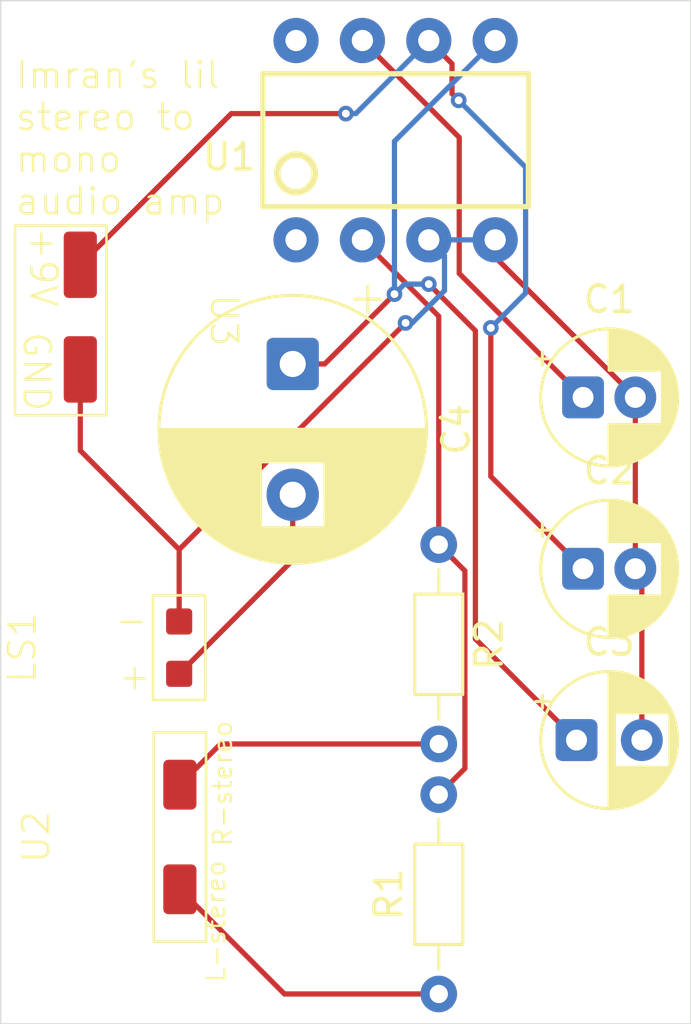
<source format=kicad_pcb>
(kicad_pcb (version 20241229) (generator "pcbnew") (generator_version "9.0")
  (layers (0 "F.Cu" signal) (2 "B.Cu" signal) (13 "F.Paste" user) (15 "B.Paste" user) (5 "F.SilkS" user "F.Silkscreen") (7 "B.SilkS" user "B.Silkscreen") (1 "F.Mask" user) (3 "B.Mask" user) (25 "Edge.Cuts" user))
  (net 0 "")
  (net 1 "GND")
  (net 2 "Net-(C4-Pad2)")
  (net 3 "Net-(C1-Pad1)")
  (net 4 "+9V")
  (net 5 "Net-(C3-Pad1)")
  (net 8 "Net-(R1-Pad2)")
  (net 9 "Net-(U2-stereo_LEFT)")
  (net 10 "Net-(U2-stereo_RIGHT)")
  (footprint "Audio amp:Power" (layer "F.Cu") (at 57.92 60.482 -90)
    (property "Reference" "U3" (at 0 -6 270) (layer "F.SilkS") (effects (font (thickness 0.1))))
    (property "Value" "~")
    (fp_text user "GND" (at 0.375 1.75 270) (layer "F.SilkS") (effects (font (thickness 0.1)) (justify left bottom)))
    (fp_text user "+9V" (at -3.625 1.5 270) (layer "F.SilkS") (effects (font (thickness 0.1)) (justify left bottom)))
    (pad "1" smd roundrect (at -2.125 -0.5 270) (size 2.54 1.27) (layers "F.Cu" "F.Mask" "F.Paste") (roundrect_rratio 0.15) (net 4 "+9V"))
    (pad "2" smd roundrect (at 1.875 -0.5 270) (size 2.54 1.27) (layers "F.Cu" "F.Mask" "F.Paste") (roundrect_rratio 0.15) (net 1 "GND"))
  )
  (footprint "LM386:DIP08" (layer "F.Cu") (at 70.485 53.594)
    (property "Reference" "U1" (at -6.35929 0.63592 180) (layer "F.SilkS") (effects (font (size 1.001465 1.001465))))
    (property "Value" "LM386")
    (pad "1" thru_hole circle (at -3.81 3.81) (size 1.7272 1.7272) (drill 0.8128) (layers "*.Cu" "*.Mask"))
    (pad "2" thru_hole circle (at -1.27 3.81) (size 1.7272 1.7272) (drill 0.8128) (layers "*.Cu" "*.Mask") (net 8 "Net-(R1-Pad2)"))
    (pad "3" thru_hole circle (at 1.27 3.81) (size 1.7272 1.7272) (drill 0.8128) (layers "*.Cu" "*.Mask") (net 1 "GND"))
    (pad "4" thru_hole circle (at 3.81 3.81) (size 1.7272 1.7272) (drill 0.8128) (layers "*.Cu" "*.Mask") (net 1 "GND"))
    (pad "5" thru_hole circle (at 3.81 -3.81) (size 1.7272 1.7272) (drill 0.8128) (layers "*.Cu" "*.Mask") (net 5 "Net-(C3-Pad1)"))
    (pad "6" thru_hole circle (at 1.27 -3.81) (size 1.7272 1.7272) (drill 0.8128) (layers "*.Cu" "*.Mask") (net 4 "+9V"))
    (pad "7" thru_hole circle (at -1.27 -3.81) (size 1.7272 1.7272) (drill 0.8128) (layers "*.Cu" "*.Mask") (net 3 "Net-(C1-Pad1)"))
    (pad "8" thru_hole circle (at -3.81 -3.81) (size 1.7272 1.7272) (drill 0.8128) (layers "*.Cu" "*.Mask"))
  )
  (footprint "Capacitor_THT:CP_Radial_D5.0mm_P2.50mm" (layer "F.Cu") (at 77.407888 76.527)
    (property "Reference" "C3" (at 1.25 -3.75 0) (layer "F.SilkS"))
    (property "Value" "100nF")
    (pad "1" thru_hole roundrect (at 0 0) (size 1.6 1.6) (drill 0.8) (layers "*.Cu" "*.Mask") (roundrect_rratio 0.15625) (net 5 "Net-(C3-Pad1)"))
    (pad "2" thru_hole circle (at 2.5 0) (size 1.6 1.6) (drill 0.8) (layers "*.Cu" "*.Mask") (net 1 "GND"))
  )
  (footprint "Audio amp:earphone_stereo" (layer "F.Cu") (at 62.23 80.232 90)
    (property "Reference" "U2" (at 0 -5.5 90) (layer "F.SilkS") (effects (font (thickness 0.1))))
    (property "Value" "~")
    (pad "1" smd roundrect (at -2 0 90) (size 1.905 1.27) (layers "F.Cu" "F.Mask" "F.Paste") (roundrect_rratio 0.15) (net 9 "Net-(U2-stereo_LEFT)"))
    (pad "2" smd roundrect (at 2 0 90) (size 1.905 1.27) (layers "F.Cu" "F.Mask" "F.Paste") (roundrect_rratio 0.15) (net 10 "Net-(U2-stereo_RIGHT)"))
  )
  (footprint "Capacitor_THT:CP_Radial_D5.0mm_P2.00mm" (layer "F.Cu") (at 77.657888 69.977)
    (property "Reference" "C2" (at 1 -3.75 0) (layer "F.SilkS"))
    (property "Value" "100uF")
    (pad "1" thru_hole roundrect (at 0 0) (size 1.6 1.6) (drill 0.8) (layers "*.Cu" "*.Mask") (roundrect_rratio 0.15625) (net 4 "+9V"))
    (pad "2" thru_hole circle (at 2 0) (size 1.6 1.6) (drill 0.8) (layers "*.Cu" "*.Mask") (net 1 "GND"))
  )
  (footprint "Capacitor_THT:CP_Radial_D10.0mm_P5.00mm" (layer "F.Cu") (at 66.548 62.148323 -90)
    (property "Reference" "C4" (at 2.5 -6.25 90) (layer "F.SilkS"))
    (property "Value" "1000uF")
    (pad "1" thru_hole roundrect (at 0 0 270) (size 2 2) (drill 1) (layers "*.Cu" "*.Mask") (roundrect_rratio 0.125) (net 5 "Net-(C3-Pad1)"))
    (pad "2" thru_hole circle (at 5 0 270) (size 2 2) (drill 1) (layers "*.Cu" "*.Mask") (net 2 "Net-(C4-Pad2)"))
  )
  (footprint "Persona;Library:2_3W_8O_Speaker" (layer "F.Cu") (at 61.203 72.993 90)
    (property "Reference" "LS1" (at 0 -5 90) (layer "F.SilkS") (effects (font (thickness 0.1))))
    (property "Value" "Speaker")
    (pad "1" smd roundrect (at -1 1 90) (size 1 1) (layers "F.Cu" "F.Mask" "F.Paste") (roundrect_rratio 0.15) (net 2 "Net-(C4-Pad2)"))
    (pad "2" smd roundrect (at 1 1 90) (size 1 1) (layers "F.Cu" "F.Mask" "F.Paste") (roundrect_rratio 0.15) (net 1 "GND"))
  )
  (footprint "Resistor_THT:R_Axial_DIN0204_L3.6mm_D1.6mm_P7.62mm_Horizontal" (layer "F.Cu") (at 72.136 69.056 -90)
    (property "Reference" "R2" (at 3.81 -1.92 90) (layer "F.SilkS"))
    (property "Value" "1kO")
    (pad "1" thru_hole circle (at 0 0 270) (size 1.4 1.4) (drill 0.7) (layers "*.Cu" "*.Mask") (net 8 "Net-(R1-Pad2)"))
    (pad "2" thru_hole circle (at 7.62 0 270) (size 1.4 1.4) (drill 0.7) (layers "*.Cu" "*.Mask") (net 10 "Net-(U2-stereo_RIGHT)"))
  )
  (footprint "Resistor_THT:R_Axial_DIN0204_L3.6mm_D1.6mm_P7.62mm_Horizontal" (layer "F.Cu") (at 72.136 86.233 90)
    (property "Reference" "R1" (at 3.81 -1.92 90) (layer "F.SilkS"))
    (property "Value" "1kO")
    (pad "1" thru_hole circle (at 0 0 90) (size 1.4 1.4) (drill 0.7) (layers "*.Cu" "*.Mask") (net 9 "Net-(U2-stereo_LEFT)"))
    (pad "2" thru_hole circle (at 7.62 0 90) (size 1.4 1.4) (drill 0.7) (layers "*.Cu" "*.Mask") (net 8 "Net-(R1-Pad2)"))
  )
  (footprint "Capacitor_THT:CP_Radial_D5.0mm_P2.00mm" (layer "F.Cu") (at 77.657888 63.427)
    (property "Reference" "C1" (at 1 -3.75 0) (layer "F.SilkS"))
    (property "Value" "100uF")
    (pad "1" thru_hole roundrect (at 0 0) (size 1.6 1.6) (drill 0.8) (layers "*.Cu" "*.Mask") (roundrect_rratio 0.15625) (net 3 "Net-(C1-Pad1)"))
    (pad "2" thru_hole circle (at 2 0) (size 1.6 1.6) (drill 0.8) (layers "*.Cu" "*.Mask") (net 1 "GND"))
  )
  (gr_rect (start 55.372 48.26) (end 81.788 87.376) (stroke (width 0.05)) (fill no) (layer "Edge.Cuts"))
  (gr_text "+\n" (at 59.817 74.676 0) (layer "F.SilkS") (effects (font (size 1 1) (thickness 0.1)) (justify left bottom)))
  (gr_text "Imran's lil\nstereo to\nmono\naudio amp\n" (at 55.88 56.515 0) (layer "F.SilkS") (effects (font (size 1 1) (thickness 0.1)) (justify left bottom)))
  (gr_text "-\n" (at 59.69 72.517 0) (layer "F.SilkS") (effects (font (size 1 1) (thickness 0.1)) (justify left bottom)))
  (gr_text "R-stereo\n\n" (at 65.405 80.645 90) (layer "F.SilkS") (effects (font (size 0.7 0.7) (thickness 0.0875)) (justify left bottom)))
  (gr_text "L-stereo\n\n" (at 65.151 85.852 90) (layer "F.SilkS") (effects (font (size 0.7 0.7) (thickness 0.0875)) (justify left bottom)))
  (segment (start 79.657888 63.427) (end 74.295 58.064112) (width 0.2) (layer "F.Cu") (net 1))
  (segment (start 62.203 71.993) (end 62.203 69.242) (width 0.2) (layer "F.Cu") (net 1))
  (segment (start 58.42 65.459) (end 62.203 69.242) (width 0.2) (layer "F.Cu") (net 1))
  (segment (start 74.295 58.064112) (end 74.295 57.404) (width 0.2) (layer "F.Cu") (net 1))
  (segment (start 79.907888 70.227) (end 79.657888 69.977) (width 0.2) (layer "F.Cu") (net 1))
  (segment (start 62.203 69.242) (end 70.866 60.579) (width 0.2) (layer "F.Cu") (net 1))
  (segment (start 79.907888 76.527) (end 79.907888 70.227) (width 0.2) (layer "F.Cu") (net 1))
  (segment (start 58.42 62.357) (end 58.42 65.459) (width 0.2) (layer "F.Cu") (net 1))
  (segment (start 79.657888 63.427) (end 79.657888 69.977) (width 0.2) (layer "F.Cu") (net 1))
  (via (at 70.866 60.579) (size 0.6) (drill 0.3) (layers "F.Cu" "B.Cu") (net 1))
  (segment (start 72.356 59.344413) (end 71.121413 60.579) (width 0.2) (layer "B.Cu") (net 1))
  (segment (start 74.295 57.404) (end 71.755 57.404) (width 0.2) (layer "B.Cu") (net 1))
  (segment (start 71.121413 60.579) (end 70.866 60.579) (width 0.2) (layer "B.Cu") (net 1))
  (segment (start 72.356 58.005) (end 72.356 59.344413) (width 0.2) (layer "B.Cu") (net 1))
  (segment (start 71.755 57.404) (end 72.356 58.005) (width 0.2) (layer "B.Cu") (net 1))
  (segment (start 62.203 73.993) (end 66.548 69.648) (width 0.2) (layer "F.Cu") (net 2))
  (segment (start 66.548 69.648) (end 66.548 67.148323) (width 0.2) (layer "F.Cu") (net 2))
  (segment (start 72.9196 58.688712) (end 72.9196 53.4886) (width 0.2) (layer "F.Cu") (net 3))
  (segment (start 72.9196 53.4886) (end 69.215 49.784) (width 0.2) (layer "F.Cu") (net 3))
  (segment (start 77.657888 63.427) (end 72.9196 58.688712) (width 0.2) (layer "F.Cu") (net 3))
  (segment (start 74.12824 66.447352) (end 74.12824 60.770686) (width 0.2) (layer "F.Cu") (net 4))
  (segment (start 72.898 52.07) (end 72.644 51.816) (width 0.2) (layer "F.Cu") (net 4))
  (segment (start 72.644 50.673) (end 71.755 49.784) (width 0.2) (layer "F.Cu") (net 4))
  (segment (start 72.644 51.816) (end 72.644 50.673) (width 0.2) (layer "F.Cu") (net 4))
  (segment (start 64.199 52.578) (end 68.58 52.578) (width 0.2) (layer "F.Cu") (net 4))
  (segment (start 58.42 58.357) (end 64.199 52.578) (width 0.2) (layer "F.Cu") (net 4))
  (segment (start 77.657888 69.977) (end 74.12824 66.447352) (width 0.2) (layer "F.Cu") (net 4))
  (via (at 74.12824 60.770686) (size 0.6) (drill 0.3) (layers "F.Cu" "B.Cu") (net 4))
  (via (at 68.58 52.578) (size 0.6) (drill 0.3) (layers "F.Cu" "B.Cu") (net 4))
  (via (at 72.898 52.07) (size 0.6) (drill 0.3) (layers "F.Cu" "B.Cu") (net 4))
  (segment (start 75.4596 59.439326) (end 75.4596 54.6316) (width 0.2) (layer "B.Cu") (net 4))
  (segment (start 68.58 52.578) (end 68.961 52.578) (width 0.2) (layer "B.Cu") (net 4))
  (segment (start 75.4596 54.6316) (end 72.898 52.07) (width 0.2) (layer "B.Cu") (net 4))
  (segment (start 68.961 52.578) (end 71.755 49.784) (width 0.2) (layer "B.Cu") (net 4))
  (segment (start 74.12824 60.770686) (end 75.4596 59.439326) (width 0.2) (layer "B.Cu") (net 4))
  (segment (start 73.538 72.657112) (end 73.538 60.87847) (width 0.2) (layer "F.Cu") (net 5))
  (segment (start 73.538 60.87847) (end 71.755 59.09547) (width 0.2) (layer "F.Cu") (net 5))
  (segment (start 77.407888 76.527) (end 73.538 72.657112) (width 0.2) (layer "F.Cu") (net 5))
  (segment (start 67.772677 62.148323) (end 70.441735 59.479265) (width 0.2) (layer "F.Cu") (net 5))
  (segment (start 66.548 62.148323) (end 67.772677 62.148323) (width 0.2) (layer "F.Cu") (net 5))
  (via (at 71.755 59.09547) (size 0.6) (drill 0.3) (layers "F.Cu" "B.Cu") (net 5))
  (via (at 70.441735 59.479265) (size 0.6) (drill 0.3) (layers "F.Cu" "B.Cu") (net 5))
  (segment (start 71.755 59.09547) (end 70.82553 59.09547) (width 0.2) (layer "B.Cu") (net 5))
  (segment (start 70.82553 59.09547) (end 70.441735 59.479265) (width 0.2) (layer "B.Cu") (net 5))
  (segment (start 70.441735 59.479265) (end 70.441735 53.637265) (width 0.2) (layer "B.Cu") (net 5))
  (segment (start 70.441735 53.637265) (end 74.295 49.784) (width 0.2) (layer "B.Cu") (net 5))
  (segment (start 73.137 70.057) (end 72.136 69.056) (width 0.2) (layer "F.Cu") (net 8))
  (segment (start 72.136 78.613) (end 73.137 77.612) (width 0.2) (layer "F.Cu") (net 8))
  (segment (start 72.136 60.325) (end 69.215 57.404) (width 0.2) (layer "F.Cu") (net 8))
  (segment (start 69.215 57.912) (end 69.215 57.404) (width 0.2) (layer "F.Cu") (net 8))
  (segment (start 72.136 69.056) (end 72.136 60.325) (width 0.2) (layer "F.Cu") (net 8))
  (segment (start 73.137 77.612) (end 73.137 70.057) (width 0.2) (layer "F.Cu") (net 8))
  (segment (start 66.231 86.233) (end 72.136 86.233) (width 0.2) (layer "F.Cu") (net 9))
  (segment (start 62.23 82.232) (end 66.231 86.233) (width 0.2) (layer "F.Cu") (net 9))
  (segment (start 62.23 78.232) (end 63.786 76.676) (width 0.2) (layer "F.Cu") (net 10))
  (segment (start 63.786 76.676) (end 72.136 76.676) (width 0.2) (layer "F.Cu") (net 10))
)
</source>
